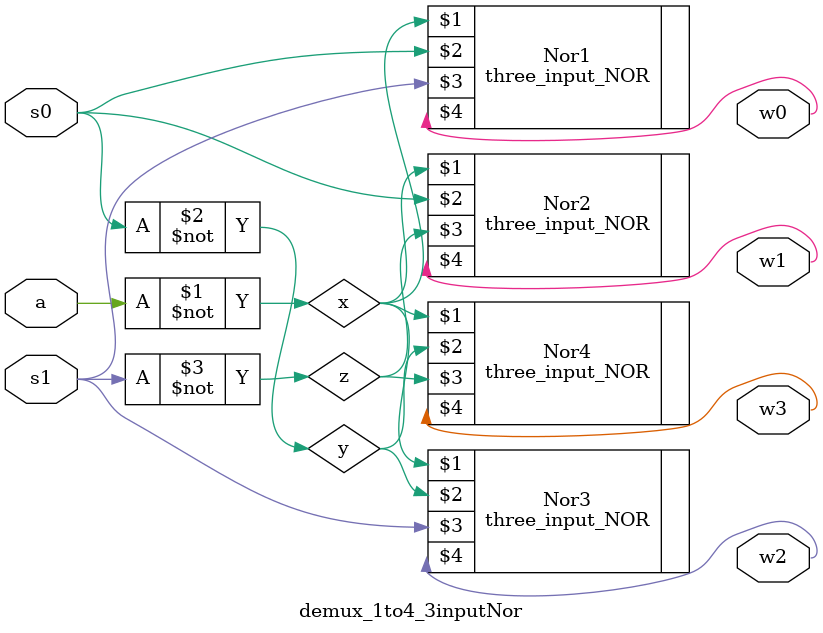
<source format=sv>
module demux_1to4_3inputNor(input a,s0,s1,output w0,w1,w2,w3);
  wire x,y,z;
  not #(5,6) inv1(x,a),inv2(y,s0),inv3(z,s1);
  three_input_NOR Nor1(x,s0,s1,w0),Nor2(x,s0,z,w1),Nor3(x,y,s1,w2),Nor4(x,y,z,w3);
endmodule



</source>
